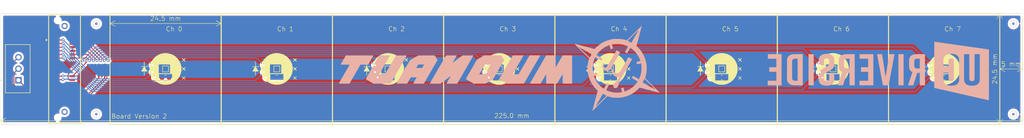
<source format=kicad_pcb>
(kicad_pcb (version 20241229) (generator "pcbnew") (generator_version "9.0")
  (layers (0 "F.Cu" signal) (4 "In1.Cu" signal) (6 "In2.Cu" signal) (2 "B.Cu" signal) (13 "F.Paste" user) (15 "B.Paste" user) (5 "F.SilkS" user "F.Silkscreen") (7 "B.SilkS" user "B.Silkscreen") (1 "F.Mask" user) (3 "B.Mask" user) (25 "Edge.Cuts" user))
  (net 0 "")
  (net 1 "K0")
  (net 2 "A0")
  (net 3 "K1")
  (net 4 "A1")
  (net 5 "K2")
  (net 6 "A2")
  (net 7 "K3")
  (net 8 "A3")
  (net 9 "K4")
  (net 10 "A4")
  (net 11 "K5")
  (net 12 "A5")
  (net 13 "K6")
  (net 14 "A6")
  (net 15 "K7")
  (net 16 "A7")
  (net 17 "GND")
  (net 18 "TMP_VDD")
  (net 19 "TMP_OUT")
  (footprint "SiPM:S14160-1315PS_dimple_silkscreen_with_capacitor" (layer "F.Cu") (at 102.9 239.55)
    (property "Reference" "REF**20" (hide yes))
    (property "Value" "S14160-3015PS" (hide yes))
    (pad "1" smd rect (at 0.7525 -0.55) (size 0.7 0.7) (layers "F.Cu" "F.Mask" "F.Paste"))
    (pad "4" smd rect (at 0.7525 0.55) (size 0.7 0.7) (layers "F.Cu" "F.Mask" "F.Paste"))
    (pad "7" thru_hole circle (at -2.85 -0.8) (size 0.8 0.8) (drill 0.4) (layers "*.Cu") (net 1 "K0"))
    (pad "7" smd rect (at -2.05 -0.75) (size 1.1 0.2) (layers "F.Cu") (net 1 "K0"))
    (pad "7" smd rect (at -1.2725 -0.55) (size 0.7 0.7) (layers "F.Cu" "F.Mask" "F.Paste") (net 1 "K0"))
    (pad "7" smd rect (at -0.5 -0.55) (size 1.2 0.2) (layers "F.Cu"))
    (pad "7" smd rect (at 0 0.6) (size 0.2 2.5) (layers "F.Cu"))
    (pad "7" smd rect (at 0.325 1.9) (size 0.85 0.2) (layers "F.Cu"))
    (pad "7" smd roundrect (at 0.775 1.9) (size 0.9 0.95) (layers "F.Cu" "F.Mask" "F.Paste"))
    (pad "8" thru_hole circle (at -2.85 0.7) (size 0.8 0.8) (drill 0.4) (layers "*.Cu") (net 2 "A0"))
    (pad "8" smd rect (at -2.05 0.65) (size 1.1 0.2) (layers "F.Cu") (net 2 "A0"))
    (pad "8" smd rect (at -1.2725 0.55) (size 0.7 0.7) (layers "F.Cu" "F.Mask" "F.Paste") (net 2 "A0"))
    (pad "9" thru_hole circle (at -2.3 1.9) (size 0.8 0.8) (drill 0.4) (layers "*.Cu"))
    (pad "9" smd rect (at -1.55 1.95) (size 1.05 0.2) (layers "F.Cu"))
    (pad "9" smd roundrect (at -0.775 1.9) (size 0.9 0.95) (layers "F.Cu" "F.Mask" "F.Paste"))
  )
  (footprint "" (layer "F.Cu") (at 88.85 241)
    (property "Reference" "" (at 0 0 0) (layer "F.SilkS") (effects (font (size 1.27 1.27))))
    (property "Value" "")
    (pad "2" smd roundrect (at 0 0) (size 0.35 0.85) (layers "F.Cu" "F.Mask" "F.Paste"))
  )
  (footprint "SiPM:S14160-1315PS_dimple_silkscreen_with_capacitor" (layer "F.Cu") (at 200.9 239.55)
    (property "Reference" "REF**20" (hide yes))
    (property "Value" "S14160-3015PS" (hide yes))
    (pad "1" smd rect (at 0.7525 -0.55) (size 0.7 0.7) (layers "F.Cu" "F.Mask" "F.Paste"))
    (pad "4" smd rect (at 0.7525 0.55) (size 0.7 0.7) (layers "F.Cu" "F.Mask" "F.Paste"))
    (pad "7" thru_hole circle (at -2.85 -0.8) (size 0.8 0.8) (drill 0.4) (layers "*.Cu") (net 9 "K4"))
    (pad "7" smd rect (at -2.05 -0.75) (size 1.1 0.2) (layers "F.Cu") (net 9 "K4"))
    (pad "7" smd rect (at -1.2725 -0.55) (size 0.7 0.7) (layers "F.Cu" "F.Mask" "F.Paste") (net 9 "K4"))
    (pad "7" smd rect (at -0.5 -0.55) (size 1.2 0.2) (layers "F.Cu"))
    (pad "7" smd rect (at 0 0.6) (size 0.2 2.5) (layers "F.Cu"))
    (pad "7" smd rect (at 0.325 1.9) (size 0.85 0.2) (layers "F.Cu"))
    (pad "7" smd roundrect (at 0.775 1.9) (size 0.9 0.95) (layers "F.Cu" "F.Mask" "F.Paste"))
    (pad "8" thru_hole circle (at -2.85 0.7) (size 0.8 0.8) (drill 0.4) (layers "*.Cu") (net 10 "A4"))
    (pad "8" smd rect (at -2.05 0.65) (size 1.1 0.2) (layers "F.Cu") (net 10 "A4"))
    (pad "8" smd rect (at -1.2725 0.55) (size 0.7 0.7) (layers "F.Cu" "F.Mask" "F.Paste") (net 10 "A4"))
    (pad "9" thru_hole circle (at -2.3 1.9) (size 0.8 0.8) (drill 0.4) (layers "*.Cu"))
    (pad "9" smd rect (at -1.55 1.95) (size 1.05 0.2) (layers "F.Cu"))
    (pad "9" smd roundrect (at -0.775 1.9) (size 0.9 0.95) (layers "F.Cu" "F.Mask" "F.Paste"))
  )
  (footprint "SiPM:S14160-1315PS_dimple_silkscreen_with_capacitor" (layer "F.Cu") (at 274.4 239.55)
    (property "Reference" "REF**20" (hide yes))
    (property "Value" "S14160-3015PS" (hide yes))
    (pad "1" smd rect (at 0.7525 -0.55) (size 0.7 0.7) (layers "F.Cu" "F.Mask" "F.Paste"))
    (pad "4" smd rect (at 0.7525 0.55) (size 0.7 0.7) (layers "F.Cu" "F.Mask" "F.Paste"))
    (pad "7" thru_hole circle (at -2.85 -0.8) (size 0.8 0.8) (drill 0.4) (layers "*.Cu") (net 15 "K7"))
    (pad "7" smd rect (at -2.05 -0.75) (size 1.1 0.2) (layers "F.Cu") (net 15 "K7"))
    (pad "7" smd rect (at -1.2725 -0.55) (size 0.7 0.7) (layers "F.Cu" "F.Mask" "F.Paste") (net 15 "K7"))
    (pad "7" smd rect (at -0.5 -0.55) (size 1.2 0.2) (layers "F.Cu"))
    (pad "7" smd rect (at 0 0.6) (size 0.2 2.5) (layers "F.Cu"))
    (pad "7" smd rect (at 0.325 1.9) (size 0.85 0.2) (layers "F.Cu"))
    (pad "7" smd roundrect (at 0.775 1.9) (size 0.9 0.95) (layers "F.Cu" "F.Mask" "F.Paste"))
    (pad "8" thru_hole circle (at -2.85 0.7) (size 0.8 0.8) (drill 0.4) (layers "*.Cu") (net 16 "A7"))
    (pad "8" smd rect (at -2.05 0.65) (size 1.1 0.2) (layers "F.Cu") (net 16 "A7"))
    (pad "8" smd rect (at -1.2725 0.55) (size 0.7 0.7) (layers "F.Cu" "F.Mask" "F.Paste") (net 16 "A7"))
    (pad "9" thru_hole circle (at -2.3 1.9) (size 0.8 0.8) (drill 0.4) (layers "*.Cu"))
    (pad "9" smd rect (at -1.55 1.95) (size 1.05 0.2) (layers "F.Cu"))
    (pad "9" smd roundrect (at -0.775 1.9) (size 0.9 0.95) (layers "F.Cu" "F.Mask" "F.Paste"))
  )
  (footprint "Connector_Samtec_HSEC8:SAMTEC_HSEC8-113-01-X-DV-A-L2" (layer "F.Cu") (at 80.65 239.55 -90)
    (property "Reference" "REF**" (hide yes))
    (property "Value" "SAMTEC_HSEC8-113-01-X-DV-A-L2" (hide yes))
    (pad "" np_thru_hole circle (at -10.745 1.5 270) (size 1.27 1.27) (drill 1.27) (layers "*.Cu" "*.Mask"))
    (pad "" np_thru_hole circle (at 10.745 1.5 270) (size 1.27 1.27) (drill 1.27) (layers "*.Cu" "*.Mask"))
    (pad "01" smd rect (at -6.4 1.7 270) (size 0.5 1.2) (layers "F.Cu" "F.Mask" "F.Paste") (net 2 "A0"))
    (pad "02" smd rect (at -6.4 -1.7 270) (size 0.5 1.2) (layers "F.Cu" "F.Mask" "F.Paste") (net 1 "K0"))
    (pad "02" smd rect (at -5.6 1.7 270) (size 0.5 1.2) (layers "F.Cu" "F.Mask" "F.Paste") (net 4 "A1"))
    (pad "04" smd rect (at -5.6 -1.7 270) (size 0.5 1.2) (layers "F.Cu" "F.Mask" "F.Paste") (net 3 "K1"))
    (pad "05" smd rect (at -4.8 1.7 270) (size 0.5 1.2) (layers "F.Cu" "F.Mask" "F.Paste") (net 6 "A2"))
    (pad "06" smd rect (at -4.8 -1.7 270) (size 0.5 1.2) (layers "F.Cu" "F.Mask" "F.Paste") (net 5 "K2"))
    (pad "07" smd rect (at -4 1.7 270) (size 0.5 1.2) (layers "F.Cu" "F.Mask" "F.Paste") (net 8 "A3"))
    (pad "08" smd rect (at -4 -1.7 270) (size 0.5 1.2) (layers "F.Cu" "F.Mask" "F.Paste") (net 7 "K3"))
    (pad "09" smd rect (at -3.2 1.7 270) (size 0.5 1.2) (layers "F.Cu" "F.Mask" "F.Paste") (net 10 "A4"))
    (pad "10" smd rect (at -3.2 -1.7 270) (size 0.5 1.2) (layers "F.Cu" "F.Mask" "F.Paste") (net 9 "K4"))
    (pad "11" smd rect (at -2.4 1.7 270) (size 0.5 1.2) (layers "F.Cu" "F.Mask" "F.Paste") (net 12 "A5"))
    (pad "12" smd rect (at -2.4 -1.7 270) (size 0.5 1.2) (layers "F.Cu" "F.Mask" "F.Paste") (net 11 "K5"))
    (pad "13" smd rect (at 1.6 1.7 270) (size 0.5 1.2) (layers "F.Cu" "F.Mask" "F.Paste") (net 14 "A6"))
    (pad "14" smd rect (at 1.6 -1.7 270) (size 0.5 1.2) (layers "F.Cu" "F.Mask" "F.Paste") (net 13 "K6"))
    (pad "15" smd rect (at 2.4 1.7 270) (size 0.5 1.2) (layers "F.Cu" "F.Mask" "F.Paste") (net 16 "A7"))
    (pad "16" smd rect (at 2.4 -1.7 270) (size 0.5 1.2) (layers "F.Cu" "F.Mask" "F.Paste") (net 15 "K7"))
    (pad "17" smd rect (at 3.2 1.7 270) (size 0.5 1.2) (layers "F.Cu" "F.Mask" "F.Paste"))
    (pad "18" smd rect (at 3.2 -1.7 270) (size 0.5 1.2) (layers "F.Cu" "F.Mask" "F.Paste"))
    (pad "19" smd rect (at 4 1.7 270) (size 0.5 1.2) (layers "F.Cu" "F.Mask" "F.Paste"))
    (pad "20" smd rect (at 4 -1.7 270) (size 0.5 1.2) (layers "F.Cu" "F.Mask" "F.Paste"))
    (pad "21" smd rect (at 4.8 1.7 270) (size 0.5 1.2) (layers "F.Cu" "F.Mask" "F.Paste"))
    (pad "22" smd rect (at 4.8 -1.7 270) (size 0.5 1.2) (layers "F.Cu" "F.Mask" "F.Paste"))
    (pad "23" smd rect (at 5.6 1.7 270) (size 0.5 1.2) (layers "F.Cu" "F.Mask" "F.Paste"))
    (pad "24" smd rect (at 5.6 -1.7 270) (size 0.5 1.2) (layers "F.Cu" "F.Mask" "F.Paste"))
    (pad "25" smd rect (at 6.4 1.7 270) (size 0.5 1.2) (layers "F.Cu" "F.Mask" "F.Paste"))
    (pad "26" smd rect (at 6.4 -1.7 270) (size 0.5 1.2) (layers "F.Cu" "F.Mask" "F.Paste"))
    (pad "S1" thru_hole circle (at -9.495 0 270) (size 1.348 1.348) (drill 0.84) (layers "*.Cu" "*.Mask"))
    (pad "S2" thru_hole circle (at 9.495 0 270) (size 1.348 1.348) (drill 0.84) (layers "*.Cu" "*.Mask"))
  )
  (footprint "SiPM:S14160-1315PS_dimple_silkscreen_with_capacitor" (layer "F.Cu") (at 225.4 239.55)
    (property "Reference" "REF**20" (hide yes))
    (property "Value" "S14160-3015PS" (hide yes))
    (pad "1" smd rect (at 0.7525 -0.55) (size 0.7 0.7) (layers "F.Cu" "F.Mask" "F.Paste"))
    (pad "4" smd rect (at 0.7525 0.55) (size 0.7 0.7) (layers "F.Cu" "F.Mask" "F.Paste"))
    (pad "7" thru_hole circle (at -2.85 -0.8) (size 0.8 0.8) (drill 0.4) (layers "*.Cu") (net 11 "K5"))
    (pad "7" smd rect (at -2.05 -0.75) (size 1.1 0.2) (layers "F.Cu") (net 11 "K5"))
    (pad "7" smd rect (at -1.2725 -0.55) (size 0.7 0.7) (layers "F.Cu" "F.Mask" "F.Paste") (net 11 "K5"))
    (pad "7" smd rect (at -0.5 -0.55) (size 1.2 0.2) (layers "F.Cu"))
    (pad "7" smd rect (at 0 0.6) (size 0.2 2.5) (layers "F.Cu"))
    (pad "7" smd rect (at 0.325 1.9) (size 0.85 0.2) (layers "F.Cu"))
    (pad "7" smd roundrect (at 0.775 1.9) (size 0.9 0.95) (layers "F.Cu" "F.Mask" "F.Paste"))
    (pad "8" thru_hole circle (at -2.85 0.7) (size 0.8 0.8) (drill 0.4) (layers "*.Cu") (net 12 "A5"))
    (pad "8" smd rect (at -2.05 0.65) (size 1.1 0.2) (layers "F.Cu") (net 12 "A5"))
    (pad "8" smd rect (at -1.2725 0.55) (size 0.7 0.7) (layers "F.Cu" "F.Mask" "F.Paste") (net 12 "A5"))
    (pad "9" thru_hole circle (at -2.3 1.9) (size 0.8 0.8) (drill 0.4) (layers "*.Cu"))
    (pad "9" smd rect (at -1.55 1.95) (size 1.05 0.2) (layers "F.Cu"))
    (pad "9" smd roundrect (at -0.775 1.9) (size 0.9 0.95) (layers "F.Cu" "F.Mask" "F.Paste"))
  )
  (footprint "" (layer "F.Cu") (at 88.2 238.8)
    (property "Reference" "" (at 0 0 0) (layer "F.SilkS") (effects (font (size 1.27 1.27))))
    (property "Value" "")
    (pad "5" smd roundrect (at 0 0) (size 0.35 0.85) (layers "F.Cu" "F.Mask" "F.Paste") (net 17 "GND"))
  )
  (footprint "SiPM:S14160-1315PS_dimple_silkscreen_with_capacitor" (layer "F.Cu") (at 176.4 239.55)
    (property "Reference" "REF**20" (hide yes))
    (property "Value" "S14160-3015PS" (hide yes))
    (pad "1" smd rect (at 0.7525 -0.55) (size 0.7 0.7) (layers "F.Cu" "F.Mask" "F.Paste"))
    (pad "4" smd rect (at 0.7525 0.55) (size 0.7 0.7) (layers "F.Cu" "F.Mask" "F.Paste"))
    (pad "7" thru_hole circle (at -2.85 -0.8) (size 0.8 0.8) (drill 0.4) (layers "*.Cu") (net 7 "K3"))
    (pad "7" smd rect (at -2.05 -0.75) (size 1.1 0.2) (layers "F.Cu") (net 7 "K3"))
    (pad "7" smd rect (at -1.2725 -0.55) (size 0.7 0.7) (layers "F.Cu" "F.Mask" "F.Paste") (net 7 "K3"))
    (pad "7" smd rect (at -0.5 -0.55) (size 1.2 0.2) (layers "F.Cu"))
    (pad "7" smd rect (at 0 0.6) (size 0.2 2.5) (layers "F.Cu"))
    (pad "7" smd rect (at 0.325 1.9) (size 0.85 0.2) (layers "F.Cu"))
    (pad "7" smd roundrect (at 0.775 1.9) (size 0.9 0.95) (layers "F.Cu" "F.Mask" "F.Paste"))
    (pad "8" thru_hole circle (at -2.85 0.7) (size 0.8 0.8) (drill 0.4) (layers "*.Cu") (net 8 "A3"))
    (pad "8" smd rect (at -2.05 0.65) (size 1.1 0.2) (layers "F.Cu") (net 8 "A3"))
    (pad "8" smd rect (at -1.2725 0.55) (size 0.7 0.7) (layers "F.Cu" "F.Mask" "F.Paste") (net 8 "A3"))
    (pad "9" thru_hole circle (at -2.3 1.9) (size 0.8 0.8) (drill 0.4) (layers "*.Cu"))
    (pad "9" smd rect (at -1.55 1.95) (size 1.05 0.2) (layers "F.Cu"))
    (pad "9" smd roundrect (at -0.775 1.9) (size 0.9 0.95) (layers "F.Cu" "F.Mask" "F.Paste"))
  )
  (footprint "SiPM:S14160-1315PS_dimple_silkscreen_with_capacitor" (layer "F.Cu") (at 127.4 239.55)
    (property "Reference" "REF**20" (hide yes))
    (property "Value" "S14160-3015PS" (hide yes))
    (pad "1" smd rect (at 0.7525 -0.55) (size 0.7 0.7) (layers "F.Cu" "F.Mask" "F.Paste"))
    (pad "4" smd rect (at 0.7525 0.55) (size 0.7 0.7) (layers "F.Cu" "F.Mask" "F.Paste"))
    (pad "7" thru_hole circle (at -2.85 -0.8) (size 0.8 0.8) (drill 0.4) (layers "*.Cu") (net 3 "K1"))
    (pad "7" smd rect (at -2.05 -0.75) (size 1.1 0.2) (layers "F.Cu") (net 3 "K1"))
    (pad "7" smd rect (at -1.2725 -0.55) (size 0.7 0.7) (layers "F.Cu" "F.Mask" "F.Paste") (net 3 "K1"))
    (pad "7" smd rect (at -0.5 -0.55) (size 1.2 0.2) (layers "F.Cu"))
    (pad "7" smd rect (at 0 0.6) (size 0.2 2.5) (layers "F.Cu"))
    (pad "7" smd rect (at 0.325 1.9) (size 0.85 0.2) (layers "F.Cu"))
    (pad "7" smd roundrect (at 0.775 1.9) (size 0.9 0.95) (layers "F.Cu" "F.Mask" "F.Paste"))
    (pad "8" thru_hole circle (at -2.85 0.7) (size 0.8 0.8) (drill 0.4) (layers "*.Cu") (net 4 "A1"))
    (pad "8" smd rect (at -2.05 0.65) (size 1.1 0.2) (layers "F.Cu") (net 4 "A1"))
    (pad "8" smd rect (at -1.2725 0.55) (size 0.7 0.7) (layers "F.Cu" "F.Mask" "F.Paste") (net 4 "A1"))
    (pad "9" thru_hole circle (at -2.3 1.9) (size 0.8 0.8) (drill 0.4) (layers "*.Cu"))
    (pad "9" smd rect (at -1.55 1.95) (size 1.05 0.2) (layers "F.Cu"))
    (pad "9" smd roundrect (at -0.775 1.9) (size 0.9 0.95) (layers "F.Cu" "F.Mask" "F.Paste"))
  )
  (footprint "SiPM:S14160-1315PS_dimple_silkscreen_with_capacitor" (layer "F.Cu") (at 151.9 239.55)
    (property "Reference" "REF**20" (hide yes))
    (property "Value" "S14160-3015PS" (hide yes))
    (pad "1" smd rect (at 0.7525 -0.55) (size 0.7 0.7) (layers "F.Cu" "F.Mask" "F.Paste"))
    (pad "4" smd rect (at 0.7525 0.55) (size 0.7 0.7) (layers "F.Cu" "F.Mask" "F.Paste"))
    (pad "7" thru_hole circle (at -2.85 -0.8) (size 0.8 0.8) (drill 0.4) (layers "*.Cu") (net 5 "K2"))
    (pad "7" smd rect (at -2.05 -0.75) (size 1.1 0.2) (layers "F.Cu") (net 5 "K2"))
    (pad "7" smd rect (at -1.2725 -0.55) (size 0.7 0.7) (layers "F.Cu" "F.Mask" "F.Paste") (net 5 "K2"))
    (pad "7" smd rect (at -0.5 -0.55) (size 1.2 0.2) (layers "F.Cu"))
    (pad "7" smd rect (at 0 0.6) (size 0.2 2.5) (layers "F.Cu"))
    (pad "7" smd rect (at 0.325 1.9) (size 0.85 0.2) (layers "F.Cu"))
    (pad "7" smd roundrect (at 0.775 1.9) (size 0.9 0.95) (layers "F.Cu" "F.Mask" "F.Paste"))
    (pad "8" thru_hole circle (at -2.85 0.7) (size 0.8 0.8) (drill 0.4) (layers "*.Cu") (net 6 "A2"))
    (pad "8" smd rect (at -2.05 0.65) (size 1.1 0.2) (layers "F.Cu") (net 6 "A2"))
    (pad "8" smd rect (at -1.2725 0.55) (size 0.7 0.7) (layers "F.Cu" "F.Mask" "F.Paste") (net 6 "A2"))
    (pad "9" thru_hole circle (at -2.3 1.9) (size 0.8 0.8) (drill 0.4) (layers "*.Cu"))
    (pad "9" smd rect (at -1.55 1.95) (size 1.05 0.2) (layers "F.Cu"))
    (pad "9" smd roundrect (at -0.775 1.9) (size 0.9 0.95) (layers "F.Cu" "F.Mask" "F.Paste"))
  )
  (footprint "" (layer "F.Cu") (at 89.5 238.8)
    (property "Reference" "" (at 0 0 0) (layer "F.SilkS") (effects (font (size 1.27 1.27))))
    (property "Value" "")
    (pad "4" smd roundrect (at 0 0) (size 0.35 0.85) (layers "F.Cu" "F.Mask" "F.Paste") (net 18 "TMP_VDD"))
  )
  (footprint "" (layer "F.Cu") (at 89.5 241)
    (property "Reference" "" (at 0 0 0) (layer "F.SilkS") (effects (font (size 1.27 1.27))))
    (property "Value" "")
    (pad "3" smd roundrect (at 0 0) (size 0.35 0.85) (layers "F.Cu" "F.Mask" "F.Paste") (net 19 "TMP_OUT"))
  )
  (footprint "AMPMODU:TE_103414-1" (layer "F.Cu") (at 70.5 239.5 90)
    (property "Reference" "REF**" (hide yes))
    (property "Value" "TE_103414-1" (hide yes))
    (pad "1" thru_hole rect (at -2.54 0 90) (size 1.398 1.398) (drill 0.89) (layers "*.Cu" "*.Mask") (net 17 "GND"))
    (pad "2" thru_hole circle (at 0 0 90) (size 1.398 1.398) (drill 0.89) (layers "*.Cu" "*.Mask") (net 19 "TMP_OUT"))
    (pad "3" thru_hole circle (at 2.54 0 90) (size 1.398 1.398) (drill 0.89) (layers "*.Cu" "*.Mask") (net 18 "TMP_VDD"))
  )
  (footprint "SiPM:S14160-1315PS_dimple_silkscreen_with_capacitor" (layer "F.Cu") (at 249.9 239.55)
    (property "Reference" "REF**20" (hide yes))
    (property "Value" "S14160-3015PS" (hide yes))
    (pad "1" smd rect (at 0.7525 -0.55) (size 0.7 0.7) (layers "F.Cu" "F.Mask" "F.Paste"))
    (pad "4" smd rect (at 0.7525 0.55) (size 0.7 0.7) (layers "F.Cu" "F.Mask" "F.Paste"))
    (pad "7" thru_hole circle (at -2.85 -0.8) (size 0.8 0.8) (drill 0.4) (layers "*.Cu") (net 13 "K6"))
    (pad "7" smd rect (at -2.05 -0.75) (size 1.1 0.2) (layers "F.Cu") (net 13 "K6"))
    (pad "7" smd rect (at -1.2725 -0.55) (size 0.7 0.7) (layers "F.Cu" "F.Mask" "F.Paste") (net 13 "K6"))
    (pad "7" smd rect (at -0.5 -0.55) (size 1.2 0.2) (layers "F.Cu"))
    (pad "7" smd rect (at 0 0.6) (size 0.2 2.5) (layers "F.Cu"))
    (pad "7" smd rect (at 0.325 1.9) (size 0.85 0.2) (layers "F.Cu"))
    (pad "7" smd roundrect (at 0.775 1.9) (size 0.9 0.95) (layers "F.Cu" "F.Mask" "F.Paste"))
    (pad "8" thru_hole circle (at -2.85 0.7) (size 0.8 0.8) (drill 0.4) (layers "*.Cu") (net 14 "A6"))
    (pad "8" smd rect (at -2.05 0.65) (size 1.1 0.2) (layers "F.Cu") (net 14 "A6"))
    (pad "8" smd rect (at -1.2725 0.55) (size 0.7 0.7) (layers "F.Cu" "F.Mask" "F.Paste") (net 14 "A6"))
    (pad "9" thru_hole circle (at -2.3 1.9) (size 0.8 0.8) (drill 0.4) (layers "*.Cu"))
    (pad "9" smd rect (at -1.55 1.95) (size 1.05 0.2) (layers "F.Cu"))
    (pad "9" smd roundrect (at -0.775 1.9) (size 0.9 0.95) (layers "F.Cu" "F.Mask" "F.Paste"))
  )
  (footprint "" (layer "F.Cu") (at 88.2 241)
    (property "Reference" "" (at 0 0 0) (layer "F.SilkS") (effects (font (size 1.27 1.27))))
    (property "Value" "")
    (pad "1" smd roundrect (at 0 0) (size 0.35 0.85) (layers "F.Cu" "F.Mask" "F.Paste") (net 17 "GND"))
  )
  (footprint "LOGO" (layer "B.Cu") (at 175.9 239.55 180)
    (property "Reference" "G***" (hide yes))
    (property "Value" "LOGO" (hide yes))
  )
  (footprint "LOGO" (layer "B.Cu") (at 259.900028 240.944202 180)
    (property "Reference" "G***" (hide yes))
    (property "Value" "LOGO" (hide yes))
  )
  (gr_rect (start 164.15 227.3) (end 188.65 251.8) (stroke (width 0.2)) (fill no) (layer "F.SilkS"))
  (gr_rect (start 115.15 227.3) (end 139.65 251.8) (stroke (width 0.2)) (fill no) (layer "F.SilkS"))
  (gr_rect (start 262.15 227.3) (end 286.65 251.8) (stroke (width 0.2)) (fill no) (layer "F.SilkS"))
  (gr_rect (start 213.15 227.3) (end 237.65 251.8) (stroke (width 0.2)) (fill no) (layer "F.SilkS"))
  (gr_rect (start 188.65 227.3) (end 213.15 251.8) (stroke (width 0.2)) (fill no) (layer "F.SilkS"))
  (gr_rect (start 139.65 227.3) (end 164.15 251.8) (stroke (width 0.2)) (fill no) (layer "F.SilkS"))
  (gr_rect (start 237.65 227.3) (end 262.15 251.8) (stroke (width 0.2)) (fill no) (layer "F.SilkS"))
  (gr_rect (start 90.65 227.3) (end 115.15 251.8) (stroke (width 0.2)) (fill no) (layer "F.SilkS"))
  (gr_circle (center 87.65 249.55) (end 88.412 249.55) (stroke (width 0.1)) (fill no) (layer "Edge.Cuts"))
  (gr_circle (center 87.65 229.55) (end 88.412 229.55) (stroke (width 0.1)) (fill no) (layer "Edge.Cuts"))
  (gr_circle (center 289.65 229.55) (end 290.412 229.55) (stroke (width 0.1)) (fill no) (layer "Edge.Cuts"))
  (gr_line (start 76.65 227.3) (end 66.65 227.3) (stroke (width 0.05)) (layer "Edge.Cuts"))
  (gr_line (start 291.65 227.3) (end 291.65 251.8) (stroke (width 0.05)) (layer "Edge.Cuts"))
  (gr_line (start 291.65 251.8) (end 66.65 251.8) (stroke (width 0.05)) (layer "Edge.Cuts"))
  (gr_line (start 76.65 251.8) (end 66.65 251.8) (stroke (width 0.05)) (layer "Edge.Cuts"))
  (gr_line (start 66.65 227.3) (end 291.65 227.3) (stroke (width 0.05)) (layer "Edge.Cuts"))
  (gr_circle (center 289.65 249.55) (end 290.412 249.55) (stroke (width 0.1)) (fill no) (layer "Edge.Cuts"))
  (gr_line (start 66.65 251.8) (end 66.65 227.3) (stroke (width 0.05)) (layer "Edge.Cuts"))
  (gr_text "Ch 3" (at 176.4 231.3 0) (layer "F.SilkS") (effects (font (size 1 1) (thickness 0.1)) (justify left bottom)))
  (gr_text "Board Version 2" (at 90.9 250.6 0) (layer "F.SilkS") (effects (font (size 1 1) (thickness 0.1)) (justify left bottom)))
  (gr_text "Ch 2" (at 151.9 231.3 0) (layer "F.SilkS") (effects (font (size 1 1) (thickness 0.1)) (justify left bottom)))
  (gr_text "Ch 5" (at 225.4 231.3 0) (layer "F.SilkS") (effects (font (size 1 1) (thickness 0.1)) (justify left bottom)))
  (gr_text "Ch 7" (at 274.4 231.3 0) (layer "F.SilkS") (effects (font (size 1 1) (thickness 0.1)) (justify left bottom)))
  (gr_text "Ch 0" (at 102.9 231.3 0) (layer "F.SilkS") (effects (font (size 1 1) (thickness 0.1)) (justify left bottom)))
  (gr_text "Ch 6" (at 249.9 231.3 0) (layer "F.SilkS") (effects (font (size 1 1) (thickness 0.1)) (justify left bottom)))
  (gr_text "Ch 4" (at 200.9 231.3 0) (layer "F.SilkS") (effects (font (size 1 1) (thickness 0.1)) (justify left bottom)))
  (gr_text "Ch 1" (at 127.4 231.3 0) (layer "F.SilkS") (effects (font (size 1 1) (thickness 0.1)) (justify left bottom)))
  (dimension (type aligned) (layer "F.SilkS") (pts (xy 291.65 251.8) (xy 291.65 227.3)) (height -5) (format (prefix "") (suffix "") (units 3) (units_format 1) (precision 1)) (style (thickness 0.1) (arrow_length 1.27) (text_position_mode 0) (arrow_direction outward) (extension_height 0.58642) (extension_offset 0.5) (keep_text_aligned yes)) (gr_text "24.5 mm" (at 285.55 239.55 90) (layer "F.SilkS") (effects (font (size 1 1) (thickness 0.1)))))
  (dimension (type aligned) (layer "F.SilkS") (pts (xy 90.65 227.3) (xy 115.15 227.3)) (height 2.2) (format (prefix "") (suffix "") (units 3) (units_format 1) (precision 1)) (style (thickness 0.1) (arrow_length 1.27) (text_position_mode 0) (arrow_direction outward) (extension_height 0.58642) (extension_offset 0.5) (keep_text_aligned yes)) (gr_text "24.5 mm" (at 102.9 228.4 0) (layer "F.SilkS") (effects (font (size 1 1) (thickness 0.1)))))
  (dimension (type aligned) (layer "F.SilkS") (pts (xy 286.65 227.3) (xy 291.65 227.3)) (height 12.25) (format (prefix "") (suffix "") (units 3) (units_format 1) (precision 0)) (style (thickness 0.1) (arrow_length 1.27) (text_position_mode 0) (arrow_direction outward) (extension_height 0.58642) (extension_offset 0.5) (keep_text_aligned yes)) (gr_text "5 mm" (at 289.15 238.45 0) (layer "F.SilkS") (effects (font (size 1 1) (thickness 0.1)))))
  (dimension (type orthogonal) (layer "F.SilkS") (pts (xy 66.65 251.8) (xy 291.65 251.8)) (height -0.8) (orientation 0) (format (prefix "") (suffix "") (units 3) (units_format 1) (precision 1)) (style (thickness 0.1) (arrow_length 1.27) (text_position_mode 0) (arrow_direction outward) (extension_height 0.58642) (extension_offset 0.5) (keep_text_aligned yes)) (gr_text "225.0 mm" (at 179.15 249.9 0) (layer "F.SilkS") (effects (font (size 1 1) (thickness 0.1)))))
  (segment (start 82.35 233.15) (end 85.698526 233.15) (width 0.2) (layer "F.Cu") (net 1))
  (segment (start 82.4 233.1) (end 82.35 233.15) (width 0.2) (layer "F.Cu") (net 1))
  (segment (start 85.698526 233.15) (end 90.2 237.651474) (width 0.2) (layer "F.Cu") (net 1))
  (segment (start 90.2 237.651474) (end 90.2 237.7) (width 0.2) (layer "F.Cu") (net 1))
  (via (at 90.2 237.7) (size 0.6) (drill 0.3) (layers "F.Cu" "B.Cu") (net 1))
  (segment (start 90.2 237.7) (end 90.4 237.5) (width 0.2) (layer "B.Cu") (net 1))
  (segment (start 90.4 237.5) (end 98.8 237.5) (width 0.2) (layer "B.Cu") (net 1))
  (segment (start 98.8 237.5) (end 100.05 238.75) (width 0.2) (layer "B.Cu") (net 1))
  (segment (start 80.25 233.15) (end 80.3 233.1) (width 0.2) (layer "F.Cu") (net 2))
  (segment (start 78.95 233.15) (end 80.25 233.15) (width 0.2) (layer "F.Cu") (net 2))
  (via (at 80.3 233.1) (size 0.6) (drill 0.3) (layers "F.Cu" "B.Cu") (net 2))
  (segment (start 80.348526 233.1) (end 82.607223 235.358697) (width 0.2) (layer "B.Cu") (net 2))
  (segment (start 98.55 241.75) (end 100.05 240.25) (width 0.2) (layer "B.Cu") (net 2))
  (segment (start 82.607223 236.630036) (end 87.727187 241.75) (width 0.2) (layer "B.Cu") (net 2))
  (segment (start 82.607223 235.358697) (end 82.607223 236.630036) (width 0.2) (layer "B.Cu") (net 2))
  (segment (start 80.3 233.1) (end 80.348526 233.1) (width 0.2) (layer "B.Cu") (net 2))
  (segment (start 87.727187 241.75) (end 98.55 241.75) (width 0.2) (layer "B.Cu") (net 2))
  (segment (start 89.399997 237.651474) (end 89.399997 237.7) (width 0.2) (layer "F.Cu") (net 3))
  (segment (start 82.375735 233.924265) (end 82.35 233.95) (width 0.2) (layer "F.Cu") (net 3))
  (segment (start 82.4 233.9) (end 82.35 233.95) (width 0.2) (layer "F.Cu") (net 3))
  (segment (start 85.698523 233.95) (end 89.399997 237.651474) (width 0.2) (layer "F.Cu") (net 3))
  (segment (start 82.35 233.95) (end 85.698523 233.95) (width 0.2) (layer "F.Cu") (net 3))
  (via (at 89.399997 237.7) (size 0.6) (drill 0.3) (layers "F.Cu" "B.Cu") (net 3))
  (segment (start 89.399997 237.7) (end 89.399997 237.651474) (width 0.2) (layer "B.Cu") (net 3))
  (segment (start 89.951471 237.1) (end 122.9 237.1) (width 0.2) (layer "B.Cu") (net 3))
  (segment (start 89.399997 237.651474) (end 89.951471 237.1) (width 0.2) (layer "B.Cu") (net 3))
  (segment (start 122.9 237.1) (end 124.55 238.75) (width 0.2) (layer "B.Cu") (net 3))
  (segment (start 80.250003 233.95) (end 80.3 233.900003) (width 0.2) (layer "F.Cu") (net 4))
  (segment (start 78.95 233.95) (end 80.250003 233.95) (width 0.2) (layer "F.Cu") (net 4))
  (via (at 80.3 233.900003) (size 0.6) (drill 0.3) (layers "F.Cu" "B.Cu") (net 4))
  (segment (start 82.207223 236.795721) (end 83.567157 238.155655) (width 0.2) (layer "B.Cu") (net 4))
  (segment (start 83.567157 238.155655) (end 83.575716 238.164215) (width 0.2) (layer "B.Cu") (net 4))
  (segment (start 87.561501 242.15) (end 122.65 242.15) (width 0.2) (layer "B.Cu") (net 4))
  (segment (start 80.348526 233.900003) (end 82.207223 235.7587) (width 0.2) (layer "B.Cu") (net 4))
  (segment (start 122.65 242.15) (end 124.55 240.25) (width 0.2) (layer "B.Cu") (net 4))
  (segment (start 80.3 233.900003) (end 80.348526 233.900003) (width 0.2) (layer "B.Cu") (net 4))
  (segment (start 83.575716 238.164215) (end 87.561501 242.15) (width 0.2) (layer "B.Cu") (net 4))
  (segment (start 82.207223 235.7587) (end 82.207223 236.795721) (width 0.2) (layer "B.Cu") (net 4))
  (segment (start 85.69852 234.75) (end 88.599994 237.651474) (width 0.2) (layer "F.Cu") (net 5))
  (segment (start 82.4 234.7) (end 82.35 234.75) (width 0.2) (layer "F.Cu") (net 5))
  (segment (start 82.35 234.75) (end 85.69852 234.75) (width 0.2) (layer "F.Cu") (net 5))
  (segment (start 82.376124 234.723876) (end 82.35 234.75) (width 0.2) (layer "F.Cu") (net 5))
  (segment (start 88.599994 237.651474) (end 88.599994 237.7) (width 0.2) (layer "F.Cu") (net 5))
  (via (at 88.599994 237.7) (size 0.6) (drill 0.3) (layers "F.Cu" "B.Cu") (net 5))
  (segment (start 147 236.7) (end 149.05 238.75) (width 0.2) (layer "B.Cu") (net 5))
  (segment (start 88.599994 237.7) (end 88.599994 237.651474) (width 0.2) (layer "B.Cu") (net 5))
  (segment (start 88.599994 237.651474) (end 89.551468 236.7) (width 0.2) (layer "B.Cu") (net 5))
  (segment (start 89.551468 236.7) (end 147 236.7) (width 0.2) (layer "B.Cu") (net 5))
  (segment (start 78.95 234.75) (end 80.250006 234.75) (width 0.2) (layer "F.Cu") (net 6))
  (segment (start 80.250006 234.75) (end 80.3 234.700006) (width 0.2) (layer "F.Cu") (net 6))
  (via (at 80.3 234.700006) (size 0.6) (drill 0.3) (layers "F.Cu" "B.Cu") (net 6))
  (segment (start 85.145816 240.3) (end 87.395816 242.55) (width 0.2) (layer "B.Cu") (net 6))
  (segment (start 80.348526 234.700006) (end 81.807223 236.158703) (width 0.2) (layer "B.Cu") (net 6))
  (segment (start 81.807223 236.158703) (end 81.807223 236.961407) (width 0.2) (layer "B.Cu") (net 6))
  (segment (start 146.75 242.55) (end 149.05 240.25) (width 0.2) (layer "B.Cu") (net 6))
  (segment (start 83.175716 238.329901) (end 85.145816 240.3) (width 0.2) (layer "B.Cu") (net 6))
  (segment (start 87.395816 242.55) (end 146.75 242.55) (width 0.2) (layer "B.Cu") (net 6))
  (segment (start 80.3 234.700006) (end 80.348526 234.700006) (width 0.2) (layer "B.Cu") (net 6))
  (segment (start 81.807223 236.961407) (end 83.175716 238.3299) (width 0.2) (layer "B.Cu") (net 6))
  (segment (start 83.175716 238.3299) (end 83.175716 238.329901) (width 0.2) (layer "B.Cu") (net 6))
  (segment (start 87.799991 237.651474) (end 87.799991 237.7) (width 0.2) (layer "F.Cu") (net 7))
  (segment (start 85.698517 235.55) (end 87.799991 237.651474) (width 0.2) (layer "F.Cu") (net 7))
  (segment (start 82.35 235.55) (end 85.698517 235.55) (width 0.2) (layer "F.Cu") (net 7))
  (segment (start 82.376122 235.523878) (end 82.35 235.55) (width 0.2) (layer "F.Cu") (net 7))
  (segment (start 82.4 235.5) (end 82.35 235.55) (width 0.2) (layer "F.Cu") (net 7))
  (via (at 87.799991 237.7) (size 0.6) (drill 0.3) (layers "F.Cu" "B.Cu") (net 7))
  (segment (start 171.1 236.3) (end 173.55 238.75) (width 0.2) (layer "B.Cu") (net 7))
  (segment (start 87.799991 237.651474) (end 89.151465 236.3) (width 0.2) (layer "B.Cu") (net 7))
  (segment (start 89.151465 236.3) (end 171.1 236.3) (width 0.2) (layer "B.Cu") (net 7))
  (segment (start 87.799991 237.7) (end 87.799991 237.651474) (width 0.2) (layer "B.Cu") (net 7))
  (segment (start 78.95 235.55) (end 80.250009 235.55) (width 0.2) (layer "F.Cu") (net 8))
  (segment (start 80.250009 235.55) (end 80.3 235.500009) (width 0.2) (layer "F.Cu") (net 8))
  (via (at 80.3 235.500009) (size 0.6) (drill 0.3) (layers "F.Cu" "B.Cu") (net 8))
  (segment (start 83.01003 238.7299) (end 87.23013 242.95) (width 0.2) (layer "B.Cu") (net 8))
  (segment (start 81.407223 236.558706) (end 81.407223 237.127093) (width 0.2) (layer "B.Cu") (net 8))
  (segment (start 80.348526 235.500009) (end 81.407223 236.558706) (width 0.2) (layer "B.Cu") (net 8))
  (segment (start 81.407223 237.127093) (end 82.775716 238.495586) (width 0.2) (layer "B.Cu") (net 8))
  (segment (start 87.23013 242.95) (end 170.85 242.95) (width 0.2) (layer "B.Cu") (net 8))
  (segment (start 80.3 235.500009) (end 80.348526 235.500009) (width 0.2) (layer "B.Cu") (net 8))
  (segment (start 170.85 242.95) (end 173.55 240.25) (width 0.2) (layer "B.Cu") (net 8))
  (segment (start 82.775716 238.495586) (end 82.775716 238.495587) (width 0.2) (layer "B.Cu") (net 8))
  (segment (start 82.775716 238.495587) (end 83.01003 238.7299) (width 0.2) (layer "B.Cu") (net 8))
  (segment (start 82.37612 236.32388) (end 82.35 236.35) (width 0.2) (layer "F.Cu") (net 9))
  (segment (start 82.35 236.35) (end 85.698514 236.35) (width 0.2) (layer "F.Cu") (net 9))
  (segment (start 82.4 236.3) (end 82.35 236.35) (width 0.2) (layer "F.Cu") (net 9))
  (segment (start 85.698514 236.35) (end 86.999988 237.651474) (width 0.2) (layer "F.Cu") (net 9))
  (segment (start 86.999988 237.651474) (end 86.999988 237.7) (width 0.2) (layer "F.Cu") (net 9))
  (via (at 86.999988 237.7) (size 0.6) (drill 0.3) (layers "F.Cu" "B.Cu") (net 9))
  (segment (start 86.999988 237.651474) (end 88.751462 235.9) (width 0.2) (layer "B.Cu") (net 9))
  (segment (start 195.2 235.9) (end 198.05 238.75) (width 0.2) (layer "B.Cu") (net 9))
  (segment (start 88.751462 235.9) (end 195.2 235.9) (width 0.2) (layer "B.Cu") (net 9))
  (segment (start 86.999988 237.7) (end 86.999988 237.651474) (width 0.2) (layer "B.Cu") (net 9))
  (segment (start 80.250012 236.35) (end 80.3 236.300012) (width 0.2) (layer "F.Cu") (net 10))
  (segment (start 78.95 236.35) (end 80.250012 236.35) (width 0.2) (layer "F.Cu") (net 10))
  (via (at 80.3 236.300012) (size 0.6) (drill 0.3) (layers "F.Cu" "B.Cu") (net 10))
  (segment (start 87.064444 243.35) (end 194.95 243.35) (width 0.2) (layer "B.Cu") (net 10))
  (segment (start 82.61003 238.895585) (end 82.61003 238.895586) (width 0.2) (layer "B.Cu") (net 10))
  (segment (start 194.95 243.35) (end 198.05 240.25) (width 0.2) (layer "B.Cu") (net 10))
  (segment (start 81.007223 237.292778) (end 82.61003 238.895585) (width 0.2) (layer "B.Cu") (net 10))
  (segment (start 80.3 236.300012) (end 80.348526 236.300012) (width 0.2) (layer "B.Cu") (net 10))
  (segment (start 80.348526 236.300012) (end 81.007223 236.958709) (width 0.2) (layer "B.Cu") (net 10))
  (segment (start 82.61003 238.895586) (end 87.064444 243.35) (width 0.2) (layer "B.Cu") (net 10))
  (segment (start 81.007223 236.958709) (end 81.007223 237.292778) (width 0.2) (layer "B.Cu") (net 10))
  (segment (start 82.376118 237.123882) (end 82.35 237.15) (width 0.2) (layer "F.Cu") (net 11))
  (segment (start 85.649985 237.15) (end 86.199985 237.7) (width 0.2) (layer "F.Cu") (net 11))
  (segment (start 82.35 237.15) (end 85.649985 237.15) (width 0.2) (layer "F.Cu") (net 11))
  (segment (start 82.4 237.1) (end 82.35 237.15) (width 0.2) (layer "F.Cu") (net 11))
  (segment (start 82.35 237.15) (end 82.7 237.15) (width 0.2) (layer "F.Cu") (net 11))
  (via (at 86.199985 237.7) (size 0.6) (drill 0.3) (layers "F.Cu" "B.Cu") (net 11))
  (segment (start 86.199985 237.651474) (end 88.351459 235.5) (width 0.2) (layer "B.Cu") (net 11))
  (segment (start 86.199985 237.7) (end 86.199985 237.651474) (width 0.2) (layer "B.Cu") (net 11))
  (segment (start 219.3 235.5) (end 222.55 238.75) (width 0.2) (layer "B.Cu") (net 11))
  (segment (start 88.351459 235.5) (end 219.3 235.5) (width 0.2) (layer "B.Cu") (net 11))
  (segment (start 78.95 237.15) (end 80.250015 237.15) (width 0.2) (layer "F.Cu") (net 12))
  (segment (start 80.250015 237.15) (end 80.3 237.100015) (width 0.2) (layer "F.Cu") (net 12))
  (via (at 80.3 237.100015) (size 0.6) (drill 0.3) (layers "F.Cu" "B.Cu") (net 12))
  (segment (start 84.274379 241.12562) (end 86.024379 242.875621) (width 0.2) (layer "B.Cu") (net 12))
  (segment (start 86.898758 243.75) (end 219.05 243.75) (width 0.2) (layer "B.Cu") (net 12))
  (segment (start 219.05 243.75) (end 222.55 240.25) (width 0.2) (layer "B.Cu") (net 12))
  (segment (start 80.3 237.100015) (end 80.3 237.151241) (width 0.2) (layer "B.Cu") (net 12))
  (segment (start 80.3 237.151241) (end 84.274379 241.12562) (width 0.2) (layer "B.Cu") (net 12))
  (segment (start 86.024379 242.875621) (end 86.898758 243.75) (width 0.2) (layer "B.Cu") (net 12))
  (segment (start 82.398514 241.15) (end 85.375719 238.172795) (width 0.2) (layer "F.Cu") (net 13))
  (segment (start 85.375719 238.172795) (end 85.375719 237.75) (width 0.2) (layer "F.Cu") (net 13))
  (segment (start 82.4 241.1) (end 82.35 241.15) (width 0.2) (layer "F.Cu") (net 13))
  (segment (start 82.35 241.15) (end 82.398514 241.15) (width 0.2) (layer "F.Cu") (net 13))
  (via (at 85.375719 237.75) (size 0.6) (drill 0.3) (layers "F.Cu" "B.Cu") (net 13))
  (segment (start 87.951456 235.1) (end 243.4 235.1) (width 0.2) (layer "B.Cu") (net 13))
  (segment (start 85.375719 237.675737) (end 87.951456 235.1) (width 0.2) (layer "B.Cu") (net 13))
  (segment (start 85.375719 237.75) (end 85.375719 237.675737) (width 0.2) (layer "B.Cu") (net 13))
  (segment (start 243.4 235.1) (end 247.05 238.75) (width 0.2) (layer "B.Cu") (net 13))
  (segment (start 78.95 241.15) (end 80.25 241.15) (width 0.2) (layer "F.Cu") (net 14))
  (segment (start 80.25 241.15) (end 80.3 241.1) (width 0.2) (layer "F.Cu") (net 14))
  (segment (start 79 241.1) (end 78.95 241.15) (width 0.2) (layer "F.Cu") (net 14))
  (via (at 80.3 241.1) (size 0.6) (drill 0.3) (layers "F.Cu" "B.Cu") (net 14))
  (segment (start 80.3 241.1) (end 83.683073 241.1) (width 0.2) (layer "B.Cu") (net 14))
  (segment (start 243.15 244.15) (end 247.05 240.25) (width 0.2) (layer "B.Cu") (net 14))
  (segment (start 83.683073 241.1) (end 86.733073 244.15) (width 0.2) (layer "B.Cu") (net 14))
  (segment (start 86.733073 244.15) (end 243.15 244.15) (width 0.2) (layer "B.Cu") (net 14))
  (segment (start 81.55 241.95) (end 81.45 241.85) (width 0.2) (layer "F.Cu") (net 15))
  (segment (start 84.45 237.75) (end 84.575716 237.75) (width 0.2) (layer "F.Cu") (net 15))
  (segment (start 82.4 241.9) (end 82.35 241.95) (width 0.2) (layer "F.Cu") (net 15))
  (segment (start 82.35 241.95) (end 81.55 241.95) (width 0.2) (layer "F.Cu") (net 15))
  (segment (start 82.399997 241.900003) (end 82.35 241.95) (width 0.2) (layer "F.Cu") (net 15))
  (segment (start 81.45 241.85) (end 81.45 240.75) (width 0.2) (layer "F.Cu") (net 15))
  (segment (start 81.45 240.75) (end 84.45 237.75) (width 0.2) (layer "F.Cu") (net 15))
  (via (at 84.575716 237.75) (size 0.6) (drill 0.3) (layers "F.Cu" "B.Cu") (net 15))
  (segment (start 267.5 234.7) (end 271.55 238.75) (width 0.2) (layer "B.Cu") (net 15))
  (segment (start 84.575716 237.75) (end 84.575716 237.701474) (width 0.2) (layer "B.Cu") (net 15))
  (segment (start 87.57719 234.7) (end 267.5 234.7) (width 0.2) (layer "B.Cu") (net 15))
  (segment (start 84.575716 237.701474) (end 87.57719 234.7) (width 0.2) (layer "B.Cu") (net 15))
  (segment (start 78.95 241.95) (end 80.25 241.95) (width 0.2) (layer "F.Cu") (net 16))
  (segment (start 80.25 241.95) (end 80.3 241.9) (width 0.2) (layer "F.Cu") (net 16))
  (segment (start 79 241.9) (end 78.95 241.95) (width 0.2) (layer "F.Cu") (net 16))
  (via (at 80.3 241.9) (size 0.6) (drill 0.3) (layers "F.Cu" "B.Cu") (net 16))
  (segment (start 271.55 241.01005) (end 271.55 240.25) (width 0.2) (layer "B.Cu") (net 16))
  (segment (start 86.567387 244.55) (end 268.01005 244.55) (width 0.2) (layer "B.Cu") (net 16))
  (segment (start 80.4 241.8) (end 83.817387 241.8) (width 0.2) (layer "B.Cu") (net 16))
  (segment (start 83.817387 241.8) (end 86.567387 244.55) (width 0.2) (layer "B.Cu") (net 16))
  (segment (start 268.01005 244.55) (end 271.55 241.01005) (width 0.2) (layer "B.Cu") (net 16))
  (segment (start 80.3 241.9) (end 80.4 241.8) (width 0.2) (layer "B.Cu") (net 16))
  (segment (start 88.2 241) (end 88.2 241.552) (width 0.2) (layer "F.Cu") (net 17))
  (segment (start 88.2 241) (end 88.2 238.8) (width 0.2) (layer "F.Cu") (net 17))
  (segment (start 83.251 246.501) (end 74.961 246.501) (width 0.2) (layer "F.Cu") (net 17))
  (segment (start 74.961 246.501) (end 70.5 242.04) (width 0.2) (layer "F.Cu") (net 17))
  (segment (start 88.2 241.552) (end 83.251 246.501) (width 0.2) (layer "F.Cu") (net 17))
  (segment (start 88.85 241) (end 88.2 241) (width 0.2) (layer "F.Cu") (net 17))
  (segment (start 84.2641 247.303) (end 73.1959 247.303) (width 0.2) (layer "F.Cu") (net 18))
  (segment (start 89.976 241.5911) (end 84.2641 247.303) (width 0.2) (layer "F.Cu") (net 18))
  (segment (start 69.099 238.361) (end 70.5 236.96) (width 0.2) (layer "F.Cu") (net 18))
  (segment (start 73.1959 247.303) (end 69.099 243.2061) (width 0.2) (layer "F.Cu") (net 18))
  (segment (start 89.976 239.276) (end 89.976 241.5911) (width 0.2) (layer "F.Cu") (net 18))
  (segment (start 69.099 243.2061) (end 69.099 238.361) (width 0.2) (layer "F.Cu") (net 18))
  (segment (start 89.5 238.8) (end 89.976 239.276) (width 0.2) (layer "F.Cu") (net 18))
  (segment (start 89.5 241) (end 89.5 241.5) (width 0.2) (layer "F.Cu") (net 19))
  (segment (start 69.5 240.5) (end 70.5 239.5) (width 0.2) (layer "F.Cu") (net 19))
  (segment (start 73.362 246.902) (end 69.5 243.04) (width 0.2) (layer "F.Cu") (net 19))
  (segment (start 89.5 241.5) (end 84.098 246.902) (width 0.2) (layer "F.Cu") (net 19))
  (segment (start 69.5 243.04) (end 69.5 240.5) (width 0.2) (layer "F.Cu") (net 19))
  (segment (start 84.098 246.902) (end 73.362 246.902) (width 0.2) (layer "F.Cu") (net 19))
  (zone (net 0) (net_name "") (layers "F.Cu" "B.Cu") (connect_pads (clearance 0.5)) (min_thickness 0.25) (fill yes (thermal_gap 0.5) (thermal_bridge_width 0.5) (island_removal_mode 1) (island_area_min 10))
    (polygon (pts (xy 292 227) (xy 292 252) (xy 66.5 252) (xy 66.5 227)))
  )
)
</source>
